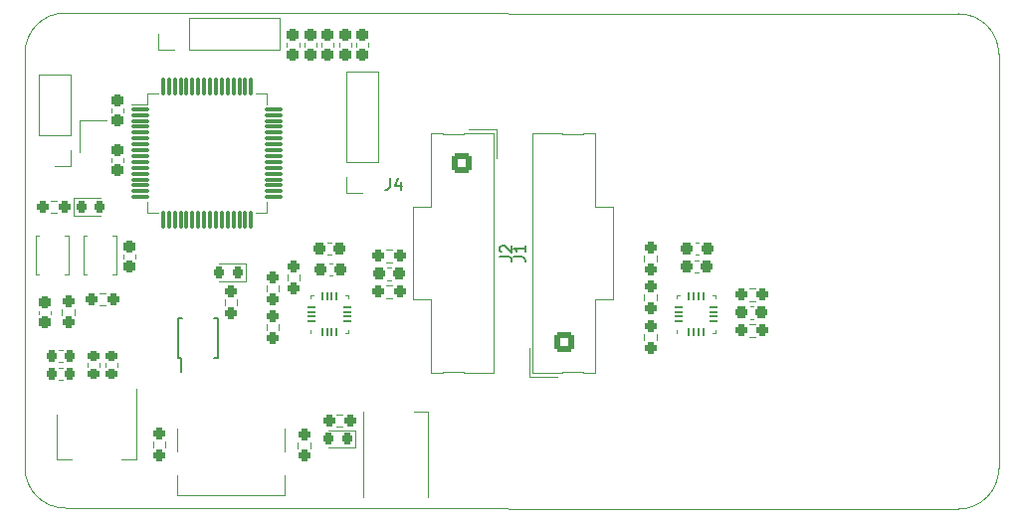
<source format=gto>
%TF.GenerationSoftware,KiCad,Pcbnew,7.0.2-0*%
%TF.CreationDate,2024-06-12T14:29:37+08:00*%
%TF.ProjectId,angle_detect,616e676c-655f-4646-9574-6563742e6b69,rev?*%
%TF.SameCoordinates,Original*%
%TF.FileFunction,Legend,Top*%
%TF.FilePolarity,Positive*%
%FSLAX46Y46*%
G04 Gerber Fmt 4.6, Leading zero omitted, Abs format (unit mm)*
G04 Created by KiCad (PCBNEW 7.0.2-0) date 2024-06-12 14:29:37*
%MOMM*%
%LPD*%
G01*
G04 APERTURE LIST*
G04 Aperture macros list*
%AMRoundRect*
0 Rectangle with rounded corners*
0 $1 Rounding radius*
0 $2 $3 $4 $5 $6 $7 $8 $9 X,Y pos of 4 corners*
0 Add a 4 corners polygon primitive as box body*
4,1,4,$2,$3,$4,$5,$6,$7,$8,$9,$2,$3,0*
0 Add four circle primitives for the rounded corners*
1,1,$1+$1,$2,$3*
1,1,$1+$1,$4,$5*
1,1,$1+$1,$6,$7*
1,1,$1+$1,$8,$9*
0 Add four rect primitives between the rounded corners*
20,1,$1+$1,$2,$3,$4,$5,0*
20,1,$1+$1,$4,$5,$6,$7,0*
20,1,$1+$1,$6,$7,$8,$9,0*
20,1,$1+$1,$8,$9,$2,$3,0*%
%AMFreePoly0*
4,1,14,0.266715,0.088284,0.363284,-0.008285,0.375000,-0.036569,0.375000,-0.060000,0.363284,-0.088284,0.335000,-0.100000,-0.335000,-0.100000,-0.363284,-0.088284,-0.375000,-0.060000,-0.375000,0.060000,-0.363284,0.088284,-0.335000,0.100000,0.238431,0.100000,0.266715,0.088284,0.266715,0.088284,$1*%
%AMFreePoly1*
4,1,14,0.363284,0.088284,0.375000,0.060000,0.375000,0.036569,0.363284,0.008285,0.266715,-0.088284,0.238431,-0.100000,-0.335000,-0.100000,-0.363284,-0.088284,-0.375000,-0.060000,-0.375000,0.060000,-0.363284,0.088284,-0.335000,0.100000,0.335000,0.100000,0.363284,0.088284,0.363284,0.088284,$1*%
%AMFreePoly2*
4,1,14,0.088284,0.363284,0.100000,0.335000,0.100000,-0.335000,0.088284,-0.363284,0.060000,-0.375000,-0.060000,-0.375000,-0.088284,-0.363284,-0.100000,-0.335000,-0.100000,0.238431,-0.088284,0.266715,0.008285,0.363284,0.036569,0.375000,0.060000,0.375000,0.088284,0.363284,0.088284,0.363284,$1*%
%AMFreePoly3*
4,1,14,-0.008285,0.363284,0.088284,0.266715,0.100000,0.238431,0.100000,-0.335000,0.088284,-0.363284,0.060000,-0.375000,-0.060000,-0.375000,-0.088284,-0.363284,-0.100000,-0.335000,-0.100000,0.335000,-0.088284,0.363284,-0.060000,0.375000,-0.036569,0.375000,-0.008285,0.363284,-0.008285,0.363284,$1*%
%AMFreePoly4*
4,1,14,0.363284,0.088284,0.375000,0.060000,0.375000,-0.060000,0.363284,-0.088284,0.335000,-0.100000,-0.238431,-0.100000,-0.266715,-0.088284,-0.363284,0.008285,-0.375000,0.036569,-0.375000,0.060000,-0.363284,0.088284,-0.335000,0.100000,0.335000,0.100000,0.363284,0.088284,0.363284,0.088284,$1*%
%AMFreePoly5*
4,1,14,0.363284,0.088284,0.375000,0.060000,0.375000,-0.060000,0.363284,-0.088284,0.335000,-0.100000,-0.335000,-0.100000,-0.363284,-0.088284,-0.375000,-0.060000,-0.375000,-0.036569,-0.363284,-0.008285,-0.266715,0.088284,-0.238431,0.100000,0.335000,0.100000,0.363284,0.088284,0.363284,0.088284,$1*%
%AMFreePoly6*
4,1,14,0.088284,0.363284,0.100000,0.335000,0.100000,-0.238431,0.088284,-0.266715,-0.008285,-0.363284,-0.036569,-0.375000,-0.060000,-0.375000,-0.088284,-0.363284,-0.100000,-0.335000,-0.100000,0.335000,-0.088284,0.363284,-0.060000,0.375000,0.060000,0.375000,0.088284,0.363284,0.088284,0.363284,$1*%
%AMFreePoly7*
4,1,14,0.088284,0.363284,0.100000,0.335000,0.100000,-0.335000,0.088284,-0.363284,0.060000,-0.375000,0.036569,-0.375000,0.008285,-0.363284,-0.088284,-0.266715,-0.100000,-0.238431,-0.100000,0.335000,-0.088284,0.363284,-0.060000,0.375000,0.060000,0.375000,0.088284,0.363284,0.088284,0.363284,$1*%
G04 Aperture macros list end*
%ADD10C,0.150000*%
%ADD11C,0.120000*%
%ADD12RoundRect,0.237500X0.237500X-0.250000X0.237500X0.250000X-0.237500X0.250000X-0.237500X-0.250000X0*%
%ADD13RoundRect,0.250000X-0.620000X0.620000X-0.620000X-0.620000X0.620000X-0.620000X0.620000X0.620000X0*%
%ADD14C,1.740000*%
%ADD15RoundRect,0.225000X0.225000X0.250000X-0.225000X0.250000X-0.225000X-0.250000X0.225000X-0.250000X0*%
%ADD16R,1.700000X1.700000*%
%ADD17O,1.700000X1.700000*%
%ADD18R,0.300000X1.400000*%
%ADD19FreePoly0,90.000000*%
%ADD20RoundRect,0.050000X0.050000X-0.325000X0.050000X0.325000X-0.050000X0.325000X-0.050000X-0.325000X0*%
%ADD21FreePoly1,90.000000*%
%ADD22FreePoly2,90.000000*%
%ADD23RoundRect,0.050000X0.325000X-0.050000X0.325000X0.050000X-0.325000X0.050000X-0.325000X-0.050000X0*%
%ADD24FreePoly3,90.000000*%
%ADD25FreePoly4,90.000000*%
%ADD26FreePoly5,90.000000*%
%ADD27FreePoly6,90.000000*%
%ADD28FreePoly7,90.000000*%
%ADD29R,1.600000X1.750000*%
%ADD30RoundRect,0.237500X-0.237500X0.300000X-0.237500X-0.300000X0.237500X-0.300000X0.237500X0.300000X0*%
%ADD31RoundRect,0.218750X0.218750X0.256250X-0.218750X0.256250X-0.218750X-0.256250X0.218750X-0.256250X0*%
%ADD32RoundRect,0.237500X-0.300000X-0.237500X0.300000X-0.237500X0.300000X0.237500X-0.300000X0.237500X0*%
%ADD33R,0.800000X0.900000*%
%ADD34RoundRect,0.225000X0.250000X-0.225000X0.250000X0.225000X-0.250000X0.225000X-0.250000X-0.225000X0*%
%ADD35RoundRect,0.237500X0.300000X0.237500X-0.300000X0.237500X-0.300000X-0.237500X0.300000X-0.237500X0*%
%ADD36RoundRect,0.237500X0.250000X0.237500X-0.250000X0.237500X-0.250000X-0.237500X0.250000X-0.237500X0*%
%ADD37RoundRect,0.075000X-0.700000X-0.075000X0.700000X-0.075000X0.700000X0.075000X-0.700000X0.075000X0*%
%ADD38RoundRect,0.075000X-0.075000X-0.700000X0.075000X-0.700000X0.075000X0.700000X-0.075000X0.700000X0*%
%ADD39RoundRect,0.237500X0.237500X-0.300000X0.237500X0.300000X-0.237500X0.300000X-0.237500X-0.300000X0*%
%ADD40C,0.650000*%
%ADD41R,0.600000X1.240000*%
%ADD42R,0.300000X1.240000*%
%ADD43O,1.000000X2.100000*%
%ADD44O,1.000000X1.800000*%
%ADD45RoundRect,0.237500X-0.237500X0.250000X-0.237500X-0.250000X0.237500X-0.250000X0.237500X0.250000X0*%
%ADD46RoundRect,0.250000X0.620000X-0.620000X0.620000X0.620000X-0.620000X0.620000X-0.620000X-0.620000X0*%
%ADD47R,1.500000X2.000000*%
%ADD48R,3.800000X2.000000*%
%ADD49RoundRect,0.237500X-0.250000X-0.237500X0.250000X-0.237500X0.250000X0.237500X-0.250000X0.237500X0*%
%ADD50R,1.700000X0.900000*%
%ADD51RoundRect,0.218750X-0.218750X-0.256250X0.218750X-0.256250X0.218750X0.256250X-0.218750X0.256250X0*%
%ADD52R,0.900000X1.500000*%
%TA.AperFunction,Profile*%
%ADD53C,0.100000*%
%TD*%
G04 APERTURE END LIST*
D10*
%TO.C,J2*%
X89687619Y-149304333D02*
X90401904Y-149304333D01*
X90401904Y-149304333D02*
X90544761Y-149351952D01*
X90544761Y-149351952D02*
X90640000Y-149447190D01*
X90640000Y-149447190D02*
X90687619Y-149590047D01*
X90687619Y-149590047D02*
X90687619Y-149685285D01*
X89782857Y-148875761D02*
X89735238Y-148828142D01*
X89735238Y-148828142D02*
X89687619Y-148732904D01*
X89687619Y-148732904D02*
X89687619Y-148494809D01*
X89687619Y-148494809D02*
X89735238Y-148399571D01*
X89735238Y-148399571D02*
X89782857Y-148351952D01*
X89782857Y-148351952D02*
X89878095Y-148304333D01*
X89878095Y-148304333D02*
X89973333Y-148304333D01*
X89973333Y-148304333D02*
X90116190Y-148351952D01*
X90116190Y-148351952D02*
X90687619Y-148923380D01*
X90687619Y-148923380D02*
X90687619Y-148304333D01*
%TO.C,J4*%
X80337066Y-142591619D02*
X80337066Y-143305904D01*
X80337066Y-143305904D02*
X80289447Y-143448761D01*
X80289447Y-143448761D02*
X80194209Y-143544000D01*
X80194209Y-143544000D02*
X80051352Y-143591619D01*
X80051352Y-143591619D02*
X79956114Y-143591619D01*
X81241828Y-142924952D02*
X81241828Y-143591619D01*
X81003733Y-142544000D02*
X80765638Y-143258285D01*
X80765638Y-143258285D02*
X81384685Y-143258285D01*
%TO.C,J1*%
X90835619Y-149304333D02*
X91549904Y-149304333D01*
X91549904Y-149304333D02*
X91692761Y-149351952D01*
X91692761Y-149351952D02*
X91788000Y-149447190D01*
X91788000Y-149447190D02*
X91835619Y-149590047D01*
X91835619Y-149590047D02*
X91835619Y-149685285D01*
X91835619Y-148304333D02*
X91835619Y-148875761D01*
X91835619Y-148590047D02*
X90835619Y-148590047D01*
X90835619Y-148590047D02*
X90978476Y-148685285D01*
X90978476Y-148685285D02*
X91073714Y-148780523D01*
X91073714Y-148780523D02*
X91121333Y-148875761D01*
D11*
%TO.C,R2*%
X72500500Y-165573224D02*
X72500500Y-165063776D01*
X73545500Y-165573224D02*
X73545500Y-165063776D01*
%TO.C,J2*%
X89435000Y-138441000D02*
X89435000Y-140851000D01*
X87025000Y-138441000D02*
X89435000Y-138441000D01*
X89135000Y-138741000D02*
X86605000Y-138741000D01*
X86605000Y-138741000D02*
X86605000Y-138871000D01*
X84795000Y-138741000D02*
X83815000Y-138741000D01*
X83815000Y-138741000D02*
X83815000Y-145051000D01*
X86605000Y-138871000D02*
X84795000Y-138871000D01*
X84795000Y-138871000D02*
X84795000Y-138741000D01*
X83815000Y-145051000D02*
X82315000Y-145051000D01*
X82315000Y-145051000D02*
X82315000Y-152891000D01*
X83815000Y-152891000D02*
X83815000Y-159201000D01*
X82315000Y-152891000D02*
X83815000Y-152891000D01*
X86605000Y-159071000D02*
X86605000Y-159201000D01*
X84795000Y-159071000D02*
X86605000Y-159071000D01*
X89135000Y-159201000D02*
X89135000Y-138741000D01*
X86605000Y-159201000D02*
X89135000Y-159201000D01*
X84795000Y-159201000D02*
X84795000Y-159071000D01*
X83815000Y-159201000D02*
X84795000Y-159201000D01*
%TO.C,R8*%
X101966500Y-153012224D02*
X101966500Y-152502776D01*
X103011500Y-153012224D02*
X103011500Y-152502776D01*
%TO.C,C4*%
X52464580Y-159768000D02*
X52183420Y-159768000D01*
X52464580Y-158748000D02*
X52183420Y-158748000D01*
%TO.C,C3*%
X52451580Y-158244000D02*
X52170420Y-158244000D01*
X52451580Y-157224000D02*
X52170420Y-157224000D01*
%TO.C,R11*%
X69835500Y-152250224D02*
X69835500Y-151740776D01*
X70880500Y-152250224D02*
X70880500Y-151740776D01*
%TO.C,J4*%
X79308000Y-141224000D02*
X79308000Y-133544000D01*
X79308000Y-141224000D02*
X76648000Y-141224000D01*
X79308000Y-133544000D02*
X76648000Y-133544000D01*
X77978000Y-143824000D02*
X76648000Y-143824000D01*
X76648000Y-143824000D02*
X76648000Y-142494000D01*
X76648000Y-141224000D02*
X76648000Y-133544000D01*
D10*
%TO.C,U5*%
X62333000Y-157885000D02*
X62558000Y-157885000D01*
X62333000Y-157885000D02*
X62333000Y-154535000D01*
X62558000Y-157885000D02*
X62558000Y-159110000D01*
X65683000Y-157885000D02*
X65383000Y-157885000D01*
X65683000Y-157885000D02*
X65683000Y-154535000D01*
X62333000Y-154535000D02*
X62633000Y-154535000D01*
X65683000Y-154535000D02*
X65383000Y-154535000D01*
D11*
%TO.C,R13*%
X71613500Y-151281224D02*
X71613500Y-150771776D01*
X72658500Y-151281224D02*
X72658500Y-150771776D01*
%TO.C,U3*%
X76794000Y-155788000D02*
X76544000Y-155788000D01*
X73574000Y-155538000D02*
X73574000Y-155788000D01*
X76794000Y-155538000D02*
X76794000Y-155788000D01*
X73574000Y-152818000D02*
X73574000Y-152568000D01*
X76794000Y-152818000D02*
X76794000Y-152568000D01*
X73574000Y-152568000D02*
X73824000Y-152568000D01*
X76794000Y-152568000D02*
X76544000Y-152568000D01*
%TO.C,C12*%
X77014800Y-131073433D02*
X77014800Y-131365967D01*
X75994800Y-131073433D02*
X75994800Y-131365967D01*
%TO.C,uart_led1*%
X68058500Y-151357000D02*
X68058500Y-149887000D01*
X68058500Y-149887000D02*
X65773500Y-149887000D01*
X65773500Y-151357000D02*
X68058500Y-151357000D01*
%TO.C,J6*%
X53146000Y-141538000D02*
X51816000Y-141538000D01*
X53146000Y-140208000D02*
X53146000Y-141538000D01*
X53146000Y-138938000D02*
X53146000Y-133798000D01*
X53146000Y-138938000D02*
X50486000Y-138938000D01*
X53146000Y-133798000D02*
X50486000Y-133798000D01*
X50486000Y-138938000D02*
X50486000Y-133798000D01*
%TO.C,C17*%
X80094233Y-150239000D02*
X80386767Y-150239000D01*
X80094233Y-151259000D02*
X80386767Y-151259000D01*
%TO.C,Y2*%
X56226000Y-137650000D02*
X53926000Y-137650000D01*
X53926000Y-137650000D02*
X53926000Y-140350000D01*
%TO.C,power_led1*%
X77403500Y-165522000D02*
X77403500Y-164052000D01*
X77403500Y-164052000D02*
X75118500Y-164052000D01*
X75118500Y-165522000D02*
X77403500Y-165522000D01*
%TO.C,C6*%
X56132000Y-158623580D02*
X56132000Y-158342420D01*
X57152000Y-158623580D02*
X57152000Y-158342420D01*
%TO.C,C16*%
X75430767Y-150878000D02*
X75138233Y-150878000D01*
X75430767Y-149858000D02*
X75138233Y-149858000D01*
%TO.C,R7*%
X111379724Y-156097500D02*
X110870276Y-156097500D01*
X111379724Y-155052500D02*
X110870276Y-155052500D01*
%TO.C,U1*%
X59660000Y-135352000D02*
X59660000Y-136302000D01*
X59660000Y-136302000D02*
X58320000Y-136302000D01*
X59660000Y-145572000D02*
X59660000Y-144622000D01*
X60610000Y-135352000D02*
X59660000Y-135352000D01*
X60610000Y-145572000D02*
X59660000Y-145572000D01*
X68930000Y-135352000D02*
X69880000Y-135352000D01*
X68930000Y-145572000D02*
X69880000Y-145572000D01*
X69880000Y-135352000D02*
X69880000Y-136302000D01*
X69880000Y-145572000D02*
X69880000Y-144622000D01*
%TO.C,C7*%
X57660000Y-136659233D02*
X57660000Y-136951767D01*
X56640000Y-136659233D02*
X56640000Y-136951767D01*
%TO.C,C2*%
X106598767Y-149100000D02*
X106306233Y-149100000D01*
X106598767Y-148080000D02*
X106306233Y-148080000D01*
%TO.C,C14*%
X50417000Y-154174767D02*
X50417000Y-153882233D01*
X51437000Y-154174767D02*
X51437000Y-153882233D01*
%TO.C,J3*%
X62222000Y-163953000D02*
X62222000Y-165873000D01*
X62222000Y-169588000D02*
X62222000Y-167883000D01*
X71382000Y-165873000D02*
X71382000Y-163953000D01*
X71382000Y-167883000D02*
X71382000Y-169588000D01*
X71382000Y-169588000D02*
X62222000Y-169588000D01*
%TO.C,J5*%
X60646000Y-131632000D02*
X60646000Y-130302000D01*
X61976000Y-131632000D02*
X60646000Y-131632000D01*
X63246000Y-131632000D02*
X70926000Y-131632000D01*
X63246000Y-131632000D02*
X63246000Y-128972000D01*
X70926000Y-131632000D02*
X70926000Y-128972000D01*
X63246000Y-128972000D02*
X70926000Y-128972000D01*
%TO.C,R1*%
X61226500Y-165016776D02*
X61226500Y-165526224D01*
X60181500Y-165016776D02*
X60181500Y-165526224D01*
%TO.C,R16*%
X111379724Y-153049500D02*
X110870276Y-153049500D01*
X111379724Y-152004500D02*
X110870276Y-152004500D01*
%TO.C,R5*%
X53481500Y-153723776D02*
X53481500Y-154233224D01*
X52436500Y-153723776D02*
X52436500Y-154233224D01*
%TO.C,C8*%
X56640000Y-141216767D02*
X56640000Y-140924233D01*
X57660000Y-141216767D02*
X57660000Y-140924233D01*
%TO.C,R14*%
X80495224Y-152795500D02*
X79985776Y-152795500D01*
X80495224Y-151750500D02*
X79985776Y-151750500D01*
%TO.C,J1*%
X92163000Y-159501000D02*
X92163000Y-157091000D01*
X94573000Y-159501000D02*
X92163000Y-159501000D01*
X92463000Y-159201000D02*
X94993000Y-159201000D01*
X94993000Y-159201000D02*
X94993000Y-159071000D01*
X96803000Y-159201000D02*
X97783000Y-159201000D01*
X97783000Y-159201000D02*
X97783000Y-152891000D01*
X94993000Y-159071000D02*
X96803000Y-159071000D01*
X96803000Y-159071000D02*
X96803000Y-159201000D01*
X97783000Y-152891000D02*
X99283000Y-152891000D01*
X99283000Y-152891000D02*
X99283000Y-145051000D01*
X97783000Y-145051000D02*
X97783000Y-138741000D01*
X99283000Y-145051000D02*
X97783000Y-145051000D01*
X94993000Y-138871000D02*
X94993000Y-138741000D01*
X96803000Y-138871000D02*
X94993000Y-138871000D01*
X92463000Y-138741000D02*
X92463000Y-159201000D01*
X94993000Y-138741000D02*
X92463000Y-138741000D01*
X96803000Y-138741000D02*
X96803000Y-138871000D01*
X97783000Y-138741000D02*
X96803000Y-138741000D01*
%TO.C,U4*%
X58782000Y-160492000D02*
X58782000Y-166502000D01*
X51962000Y-162742000D02*
X51962000Y-166502000D01*
X58782000Y-166502000D02*
X57522000Y-166502000D01*
X51962000Y-166502000D02*
X53222000Y-166502000D01*
%TO.C,R4*%
X51967224Y-145556500D02*
X51457776Y-145556500D01*
X51967224Y-144511500D02*
X51457776Y-144511500D01*
%TO.C,R9*%
X55625276Y-152385500D02*
X56134724Y-152385500D01*
X55625276Y-153430500D02*
X56134724Y-153430500D01*
%TO.C,R18*%
X67324500Y-152907276D02*
X67324500Y-153416724D01*
X66279500Y-152907276D02*
X66279500Y-153416724D01*
%TO.C,C11*%
X75541600Y-131071233D02*
X75541600Y-131363767D01*
X74521600Y-131071233D02*
X74521600Y-131363767D01*
%TO.C,R12*%
X70880500Y-155042776D02*
X70880500Y-155552224D01*
X69835500Y-155042776D02*
X69835500Y-155552224D01*
%TO.C,C15*%
X58676000Y-149130233D02*
X58676000Y-149422767D01*
X57656000Y-149130233D02*
X57656000Y-149422767D01*
%TO.C,SW2*%
X54226000Y-150826000D02*
X54226000Y-147526000D01*
X54526000Y-150826000D02*
X54226000Y-150826000D01*
X56726000Y-150826000D02*
X57026000Y-150826000D01*
X57026000Y-150826000D02*
X57026000Y-147526000D01*
X54226000Y-147526000D02*
X54526000Y-147526000D01*
X57026000Y-147526000D02*
X56726000Y-147526000D01*
%TO.C,C18*%
X75330267Y-149100000D02*
X75037733Y-149100000D01*
X75330267Y-148080000D02*
X75037733Y-148080000D01*
%TO.C,R10*%
X103011500Y-155851776D02*
X103011500Y-156361224D01*
X101966500Y-155851776D02*
X101966500Y-156361224D01*
%TO.C,user_led1*%
X53379000Y-144299000D02*
X53379000Y-145769000D01*
X53379000Y-145769000D02*
X55664000Y-145769000D01*
X55664000Y-144299000D02*
X53379000Y-144299000D01*
%TO.C,C10*%
X74068400Y-131072333D02*
X74068400Y-131364867D01*
X73048400Y-131072333D02*
X73048400Y-131364867D01*
%TO.C,R3*%
X76302224Y-163785500D02*
X75792776Y-163785500D01*
X76302224Y-162740500D02*
X75792776Y-162740500D01*
%TO.C,C1*%
X106572267Y-150624000D02*
X106279733Y-150624000D01*
X106572267Y-149604000D02*
X106279733Y-149604000D01*
%TO.C,R17*%
X101966500Y-149710224D02*
X101966500Y-149200776D01*
X103011500Y-149710224D02*
X103011500Y-149200776D01*
%TO.C,C19*%
X110952233Y-153541000D02*
X111244767Y-153541000D01*
X110952233Y-154561000D02*
X111244767Y-154561000D01*
%TO.C,U2*%
X107985200Y-155788000D02*
X107735200Y-155788000D01*
X104765200Y-155538000D02*
X104765200Y-155788000D01*
X107985200Y-155538000D02*
X107985200Y-155788000D01*
X104765200Y-152818000D02*
X104765200Y-152568000D01*
X107985200Y-152818000D02*
X107985200Y-152568000D01*
X104765200Y-152568000D02*
X105015200Y-152568000D01*
X107985200Y-152568000D02*
X107735200Y-152568000D01*
%TO.C,C9*%
X72595200Y-131072333D02*
X72595200Y-131364867D01*
X71575200Y-131072333D02*
X71575200Y-131364867D01*
%TO.C,C5*%
X54608000Y-158623580D02*
X54608000Y-158342420D01*
X55628000Y-158623580D02*
X55628000Y-158342420D01*
%TO.C,R15*%
X80495224Y-149747500D02*
X79985776Y-149747500D01*
X80495224Y-148702500D02*
X79985776Y-148702500D01*
%TO.C,C13*%
X78488000Y-131071233D02*
X78488000Y-131363767D01*
X77468000Y-131071233D02*
X77468000Y-131363767D01*
%TO.C,D1*%
X78022000Y-169766000D02*
X78022000Y-162466000D01*
X83522000Y-169766000D02*
X83522000Y-162466000D01*
X83522000Y-162466000D02*
X82372000Y-162466000D01*
%TO.C,SW1*%
X52962000Y-147526000D02*
X52962000Y-150826000D01*
X52662000Y-147526000D02*
X52962000Y-147526000D01*
X50462000Y-147526000D02*
X50162000Y-147526000D01*
X50162000Y-147526000D02*
X50162000Y-150826000D01*
X52962000Y-150826000D02*
X52662000Y-150826000D01*
X50162000Y-150826000D02*
X50462000Y-150826000D01*
%TD*%
%LPC*%
D12*
%TO.C,R2*%
X73023000Y-166231000D03*
X73023000Y-164406000D03*
%TD*%
D13*
%TO.C,J2*%
X86475000Y-141351000D03*
D14*
X86475000Y-143891000D03*
X86475000Y-146431000D03*
X86475000Y-148971000D03*
X86475000Y-151511000D03*
X86475000Y-154051000D03*
X86475000Y-156591000D03*
%TD*%
D12*
%TO.C,R8*%
X102489000Y-153670000D03*
X102489000Y-151845000D03*
%TD*%
D15*
%TO.C,C4*%
X53099000Y-159258000D03*
X51549000Y-159258000D03*
%TD*%
%TO.C,C3*%
X53086000Y-157734000D03*
X51536000Y-157734000D03*
%TD*%
D12*
%TO.C,R11*%
X70358000Y-152908000D03*
X70358000Y-151083000D03*
%TD*%
D16*
%TO.C,J4*%
X77978000Y-142494000D03*
D17*
X77978000Y-139954000D03*
X77978000Y-137414000D03*
X77978000Y-134874000D03*
%TD*%
D18*
%TO.C,U5*%
X63008000Y-158410000D03*
X63508000Y-158410000D03*
X64008000Y-158410000D03*
X64508000Y-158410000D03*
X65008000Y-158410000D03*
X65008000Y-154010000D03*
X64508000Y-154010000D03*
X64008000Y-154010000D03*
X63508000Y-154010000D03*
X63008000Y-154010000D03*
%TD*%
D12*
%TO.C,R13*%
X72136000Y-151939000D03*
X72136000Y-150114000D03*
%TD*%
D19*
%TO.C,U3*%
X74184000Y-155678000D03*
D20*
X74584000Y-155678000D03*
X74984000Y-155678000D03*
X75384000Y-155678000D03*
X75784000Y-155678000D03*
D21*
X76184000Y-155678000D03*
D22*
X76684000Y-155178000D03*
D23*
X76684000Y-154778000D03*
X76684000Y-154378000D03*
X76684000Y-153978000D03*
X76684000Y-153578000D03*
D24*
X76684000Y-153178000D03*
D25*
X76184000Y-152678000D03*
D20*
X75784000Y-152678000D03*
X75384000Y-152678000D03*
X74984000Y-152678000D03*
X74584000Y-152678000D03*
D26*
X74184000Y-152678000D03*
D27*
X73684000Y-153178000D03*
D23*
X73684000Y-153578000D03*
X73684000Y-153978000D03*
X73684000Y-154378000D03*
X73684000Y-154778000D03*
D28*
X73684000Y-155178000D03*
D29*
X75184000Y-154178000D03*
%TD*%
D30*
%TO.C,C12*%
X76504800Y-130357200D03*
X76504800Y-132082200D03*
%TD*%
D31*
%TO.C,uart_led1*%
X67361000Y-150622000D03*
X65786000Y-150622000D03*
%TD*%
D16*
%TO.C,J6*%
X51816000Y-140208000D03*
D17*
X51816000Y-137668000D03*
X51816000Y-135128000D03*
%TD*%
D32*
%TO.C,C17*%
X79378000Y-150749000D03*
X81103000Y-150749000D03*
%TD*%
D33*
%TO.C,Y2*%
X54526000Y-138300000D03*
X54526000Y-139700000D03*
X55626000Y-139700000D03*
X55626000Y-138300000D03*
%TD*%
D31*
%TO.C,power_led1*%
X76706000Y-164787000D03*
X75131000Y-164787000D03*
%TD*%
D34*
%TO.C,C6*%
X56642000Y-159258000D03*
X56642000Y-157708000D03*
%TD*%
D35*
%TO.C,C16*%
X76147000Y-150368000D03*
X74422000Y-150368000D03*
%TD*%
D36*
%TO.C,R7*%
X112037500Y-155575000D03*
X110212500Y-155575000D03*
%TD*%
D37*
%TO.C,U1*%
X59095000Y-136712000D03*
X59095000Y-137212000D03*
X59095000Y-137712000D03*
X59095000Y-138212000D03*
X59095000Y-138712000D03*
X59095000Y-139212000D03*
X59095000Y-139712000D03*
X59095000Y-140212000D03*
X59095000Y-140712000D03*
X59095000Y-141212000D03*
X59095000Y-141712000D03*
X59095000Y-142212000D03*
X59095000Y-142712000D03*
X59095000Y-143212000D03*
X59095000Y-143712000D03*
X59095000Y-144212000D03*
D38*
X61020000Y-146137000D03*
X61520000Y-146137000D03*
X62020000Y-146137000D03*
X62520000Y-146137000D03*
X63020000Y-146137000D03*
X63520000Y-146137000D03*
X64020000Y-146137000D03*
X64520000Y-146137000D03*
X65020000Y-146137000D03*
X65520000Y-146137000D03*
X66020000Y-146137000D03*
X66520000Y-146137000D03*
X67020000Y-146137000D03*
X67520000Y-146137000D03*
X68020000Y-146137000D03*
X68520000Y-146137000D03*
D37*
X70445000Y-144212000D03*
X70445000Y-143712000D03*
X70445000Y-143212000D03*
X70445000Y-142712000D03*
X70445000Y-142212000D03*
X70445000Y-141712000D03*
X70445000Y-141212000D03*
X70445000Y-140712000D03*
X70445000Y-140212000D03*
X70445000Y-139712000D03*
X70445000Y-139212000D03*
X70445000Y-138712000D03*
X70445000Y-138212000D03*
X70445000Y-137712000D03*
X70445000Y-137212000D03*
X70445000Y-136712000D03*
D38*
X68520000Y-134787000D03*
X68020000Y-134787000D03*
X67520000Y-134787000D03*
X67020000Y-134787000D03*
X66520000Y-134787000D03*
X66020000Y-134787000D03*
X65520000Y-134787000D03*
X65020000Y-134787000D03*
X64520000Y-134787000D03*
X64020000Y-134787000D03*
X63520000Y-134787000D03*
X63020000Y-134787000D03*
X62520000Y-134787000D03*
X62020000Y-134787000D03*
X61520000Y-134787000D03*
X61020000Y-134787000D03*
%TD*%
D30*
%TO.C,C7*%
X57150000Y-135943000D03*
X57150000Y-137668000D03*
%TD*%
D35*
%TO.C,C2*%
X107315000Y-148590000D03*
X105590000Y-148590000D03*
%TD*%
D39*
%TO.C,C14*%
X50927000Y-154891000D03*
X50927000Y-153166000D03*
%TD*%
D40*
%TO.C,J3*%
X63912000Y-163198000D03*
X69692000Y-163198000D03*
D41*
X63602000Y-162078000D03*
X64402000Y-162078000D03*
D42*
X65552000Y-162078000D03*
X66552000Y-162078000D03*
X67052000Y-162078000D03*
X68052000Y-162078000D03*
D41*
X69202000Y-162078000D03*
X70002000Y-162078000D03*
X70002000Y-162078000D03*
X69202000Y-162078000D03*
D42*
X68552000Y-162078000D03*
X67552000Y-162078000D03*
X66052000Y-162078000D03*
X65052000Y-162078000D03*
D41*
X64402000Y-162078000D03*
X63602000Y-162078000D03*
D43*
X62482000Y-162678000D03*
D44*
X62482000Y-166878000D03*
D43*
X71122000Y-162678000D03*
D44*
X71122000Y-166878000D03*
%TD*%
D16*
%TO.C,J5*%
X61976000Y-130302000D03*
D17*
X64516000Y-130302000D03*
X67056000Y-130302000D03*
X69596000Y-130302000D03*
%TD*%
D45*
%TO.C,R1*%
X60704000Y-164359000D03*
X60704000Y-166184000D03*
%TD*%
D36*
%TO.C,R16*%
X112037500Y-152527000D03*
X110212500Y-152527000D03*
%TD*%
D45*
%TO.C,R5*%
X52959000Y-153066000D03*
X52959000Y-154891000D03*
%TD*%
D39*
%TO.C,C8*%
X57150000Y-141933000D03*
X57150000Y-140208000D03*
%TD*%
D36*
%TO.C,R14*%
X81153000Y-152273000D03*
X79328000Y-152273000D03*
%TD*%
D46*
%TO.C,J1*%
X95123000Y-156591000D03*
D14*
X95123000Y-154051000D03*
X95123000Y-151511000D03*
X95123000Y-148971000D03*
X95123000Y-146431000D03*
X95123000Y-143891000D03*
X95123000Y-141351000D03*
%TD*%
D47*
%TO.C,U4*%
X57672000Y-161442000D03*
X55372000Y-161442000D03*
D48*
X55372000Y-167742000D03*
D47*
X53072000Y-161442000D03*
%TD*%
D36*
%TO.C,R4*%
X52625000Y-145034000D03*
X50800000Y-145034000D03*
%TD*%
D49*
%TO.C,R9*%
X54967500Y-152908000D03*
X56792500Y-152908000D03*
%TD*%
D45*
%TO.C,R18*%
X66802000Y-152249500D03*
X66802000Y-154074500D03*
%TD*%
D30*
%TO.C,C11*%
X75031600Y-130355000D03*
X75031600Y-132080000D03*
%TD*%
D45*
%TO.C,R12*%
X70358000Y-154385000D03*
X70358000Y-156210000D03*
%TD*%
D30*
%TO.C,C15*%
X58166000Y-148414000D03*
X58166000Y-150139000D03*
%TD*%
D50*
%TO.C,SW2*%
X55626000Y-150876000D03*
X55626000Y-147476000D03*
%TD*%
D35*
%TO.C,C18*%
X76046500Y-148590000D03*
X74321500Y-148590000D03*
%TD*%
D45*
%TO.C,R10*%
X102489000Y-155194000D03*
X102489000Y-157019000D03*
%TD*%
D51*
%TO.C,user_led1*%
X54076500Y-145034000D03*
X55651500Y-145034000D03*
%TD*%
D30*
%TO.C,C10*%
X73558400Y-130356100D03*
X73558400Y-132081100D03*
%TD*%
D36*
%TO.C,R3*%
X76960000Y-163263000D03*
X75135000Y-163263000D03*
%TD*%
D35*
%TO.C,C1*%
X107288500Y-150114000D03*
X105563500Y-150114000D03*
%TD*%
D12*
%TO.C,R17*%
X102489000Y-150368000D03*
X102489000Y-148543000D03*
%TD*%
D32*
%TO.C,C19*%
X110236000Y-154051000D03*
X111961000Y-154051000D03*
%TD*%
D19*
%TO.C,U2*%
X105375200Y-155678000D03*
D20*
X105775200Y-155678000D03*
X106175200Y-155678000D03*
X106575200Y-155678000D03*
X106975200Y-155678000D03*
D21*
X107375200Y-155678000D03*
D22*
X107875200Y-155178000D03*
D23*
X107875200Y-154778000D03*
X107875200Y-154378000D03*
X107875200Y-153978000D03*
X107875200Y-153578000D03*
D24*
X107875200Y-153178000D03*
D25*
X107375200Y-152678000D03*
D20*
X106975200Y-152678000D03*
X106575200Y-152678000D03*
X106175200Y-152678000D03*
X105775200Y-152678000D03*
D26*
X105375200Y-152678000D03*
D27*
X104875200Y-153178000D03*
D23*
X104875200Y-153578000D03*
X104875200Y-153978000D03*
X104875200Y-154378000D03*
X104875200Y-154778000D03*
D28*
X104875200Y-155178000D03*
D29*
X106375200Y-154178000D03*
%TD*%
D30*
%TO.C,C9*%
X72085200Y-130356100D03*
X72085200Y-132081100D03*
%TD*%
D34*
%TO.C,C5*%
X55118000Y-159258000D03*
X55118000Y-157708000D03*
%TD*%
D36*
%TO.C,R15*%
X81153000Y-149225000D03*
X79328000Y-149225000D03*
%TD*%
D30*
%TO.C,C13*%
X77978000Y-130355000D03*
X77978000Y-132080000D03*
%TD*%
D52*
%TO.C,D1*%
X79122000Y-168566000D03*
X82422000Y-168566000D03*
X82422000Y-163666000D03*
X79122000Y-163666000D03*
%TD*%
D50*
%TO.C,SW1*%
X51562000Y-147476000D03*
X51562000Y-150876000D03*
%TD*%
%LPD*%
D53*
X49276000Y-167259000D02*
G75*
G03*
X52705000Y-170688000I3429000J0D01*
G01*
X128701800Y-170764200D02*
G75*
G03*
X132130800Y-167335200I0J3429000D01*
G01*
X52705000Y-128524000D02*
X128701800Y-128600200D01*
X49276000Y-167259000D02*
X49276000Y-131953000D01*
X132130800Y-132029200D02*
X132130800Y-167335200D01*
X52705000Y-128524000D02*
G75*
G03*
X49276000Y-131953000I0J-3429000D01*
G01*
X128701800Y-170764200D02*
X52705000Y-170688000D01*
X132130800Y-132029200D02*
G75*
G03*
X128701800Y-128600200I-3429000J0D01*
G01*
M02*

</source>
